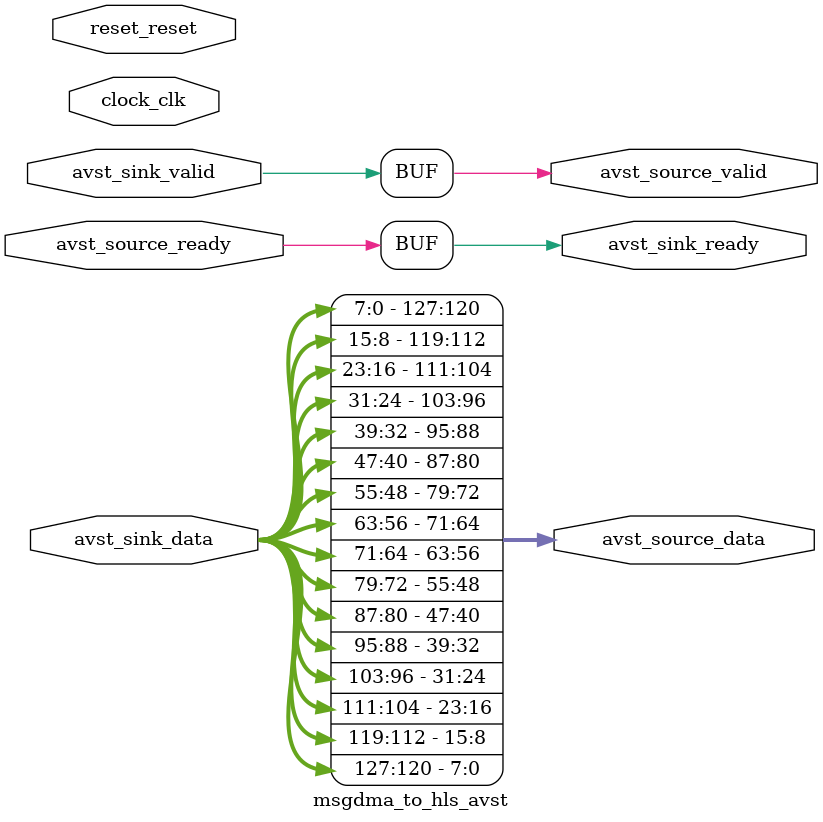
<source format=v>
module msgdma_to_hls_avst 
#(
									parameter DATA_WIDTH = 128
)
(input clock_clk,
                           input          reset_reset,
                           input [DATA_WIDTH-1:0]  avst_sink_data,
                           output         avst_sink_ready,
                           input          avst_sink_valid,
                           output [DATA_WIDTH-1:0] avst_source_data,
                           input          avst_source_ready,
                           output         avst_source_valid
                           );

// assign avst_source_data[63:0] = {avst_sink_data[7:0], avst_sink_data[15:8], avst_sink_data[23:16], avst_sink_data[31:24],
//                                  avst_sink_data[39:32], avst_sink_data[47:40], avst_sink_data[55:48], avst_sink_data[63:56]};
//assign avst_source_data[127:0] = {avst_sink_data[7:0], avst_sink_data[15:8], avst_sink_data[23:16], avst_sink_data[31:24],
//                                  avst_sink_data[39:32], avst_sink_data[47:40], avst_sink_data[55:48], avst_sink_data[63:56],
//                                  avst_sink_data[71:64], avst_sink_data[79:72], avst_sink_data[87:80], avst_sink_data[95:88],
//                                  avst_sink_data[103:96], avst_sink_data[111:104], avst_sink_data[119:112], avst_sink_data[127:120]};

// for i in range(512/8): print 'avst_sink_data[%d:%d], ' % (i*8+7,i*8,),

assign avst_source_data[DATA_WIDTH-1:0] = (DATA_WIDTH==512)?{avst_sink_data[7:0],  avst_sink_data[15:8],  avst_sink_data[23:16],  avst_sink_data[31:24],  
avst_sink_data[39:32],  avst_sink_data[47:40],  avst_sink_data[55:48],  avst_sink_data[63:56],  
avst_sink_data[71:64],  avst_sink_data[79:72],  avst_sink_data[87:80],  avst_sink_data[95:88],  
avst_sink_data[103:96],  avst_sink_data[111:104],  avst_sink_data[119:112],  avst_sink_data[127:120],  
avst_sink_data[135:128],  avst_sink_data[143:136],  avst_sink_data[151:144],  avst_sink_data[159:152],  
avst_sink_data[167:160],  avst_sink_data[175:168],  avst_sink_data[183:176],  avst_sink_data[191:184],  
avst_sink_data[199:192],  avst_sink_data[207:200],  avst_sink_data[215:208],  avst_sink_data[223:216],  
avst_sink_data[231:224],  avst_sink_data[239:232],  avst_sink_data[247:240],  avst_sink_data[255:248],  
avst_sink_data[263:256],  avst_sink_data[271:264],  avst_sink_data[279:272],  avst_sink_data[287:280],  
avst_sink_data[295:288],  avst_sink_data[303:296],  avst_sink_data[311:304],  avst_sink_data[319:312],  
avst_sink_data[327:320],  avst_sink_data[335:328],  avst_sink_data[343:336],  avst_sink_data[351:344],  
avst_sink_data[359:352],  avst_sink_data[367:360],  avst_sink_data[375:368],  avst_sink_data[383:376],  
avst_sink_data[391:384],  avst_sink_data[399:392],  avst_sink_data[407:400],  avst_sink_data[415:408],  
avst_sink_data[423:416],  avst_sink_data[431:424],  avst_sink_data[439:432],  avst_sink_data[447:440],  
avst_sink_data[455:448],  avst_sink_data[463:456],  avst_sink_data[471:464],  avst_sink_data[479:472],  
avst_sink_data[487:480],  avst_sink_data[495:488],  avst_sink_data[503:496],  avst_sink_data[511:504]}:
											 (DATA_WIDTH==128)?{avst_sink_data[7:0], avst_sink_data[15:8], avst_sink_data[23:16], avst_sink_data[31:24],
                                  avst_sink_data[39:32], avst_sink_data[47:40], avst_sink_data[55:48], avst_sink_data[63:56],
                                  avst_sink_data[71:64], avst_sink_data[79:72], avst_sink_data[87:80], avst_sink_data[95:88],
                                  avst_sink_data[103:96], avst_sink_data[111:104], avst_sink_data[119:112], avst_sink_data[127:120]}:
											 (DATA_WIDTH==32)?{avst_sink_data[7:0], avst_sink_data[15:8], avst_sink_data[23:16], avst_sink_data[31:24]}:
											 {avst_sink_data[7:0]};

assign avst_source_valid = avst_sink_valid;
assign avst_sink_ready = avst_source_ready;

//always @(posedge clock_clk)
//begin
//  if (avst_sink_valid == 1'b1)
//    avst_sink_ready <= 1'b1;
//  else
//    avst_sink_ready <= 1'b0;
//end

endmodule


</source>
